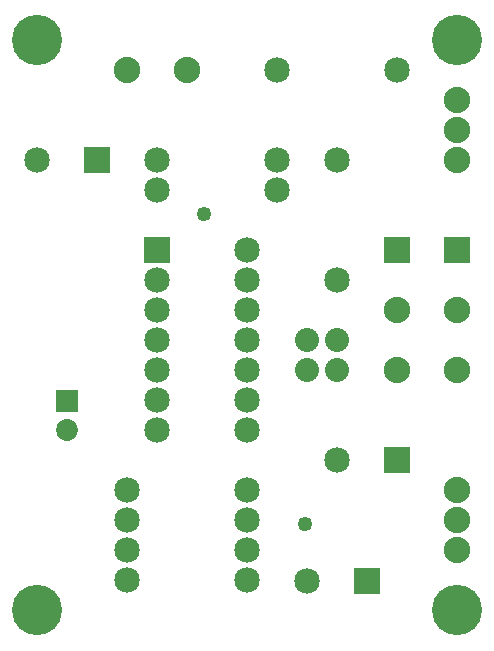
<source format=gbs>
G04 MADE WITH FRITZING*
G04 WWW.FRITZING.ORG*
G04 DOUBLE SIDED*
G04 HOLES PLATED*
G04 CONTOUR ON CENTER OF CONTOUR VECTOR*
%ASAXBY*%
%FSLAX23Y23*%
%MOIN*%
%OFA0B0*%
%SFA1.0B1.0*%
%ADD10C,0.072992*%
%ADD11C,0.049370*%
%ADD12C,0.085000*%
%ADD13C,0.080000*%
%ADD14C,0.088000*%
%ADD15C,0.167480*%
%ADD16R,0.072992X0.072992*%
%ADD17R,0.085000X0.085000*%
%ADD18R,0.088000X0.088000*%
%LNMASK0*%
G90*
G70*
G54D10*
X226Y819D03*
X226Y721D03*
G54D11*
X1020Y410D03*
X684Y1442D03*
G54D12*
X526Y1321D03*
X826Y1321D03*
X526Y1221D03*
X826Y1221D03*
X526Y1121D03*
X826Y1121D03*
X526Y1021D03*
X826Y1021D03*
X526Y921D03*
X826Y921D03*
X526Y821D03*
X826Y821D03*
X526Y721D03*
X826Y721D03*
X926Y1921D03*
X1326Y1921D03*
X1126Y1621D03*
X1126Y1221D03*
X526Y1621D03*
X926Y1621D03*
X426Y321D03*
X826Y321D03*
X526Y1521D03*
X926Y1521D03*
X426Y521D03*
X826Y521D03*
X426Y221D03*
X826Y221D03*
X426Y421D03*
X826Y421D03*
G54D13*
X1026Y921D03*
X1126Y921D03*
X1026Y1021D03*
X1126Y1021D03*
G54D12*
X326Y1621D03*
X126Y1621D03*
X1326Y621D03*
X1126Y621D03*
X1226Y219D03*
X1026Y219D03*
G54D14*
X1526Y1321D03*
X1526Y1121D03*
X1526Y921D03*
X1326Y1321D03*
X1326Y1121D03*
X1326Y921D03*
X1526Y521D03*
X1526Y421D03*
X1526Y321D03*
X1526Y1821D03*
X1526Y1721D03*
X1526Y1621D03*
X426Y1921D03*
X626Y1921D03*
G54D15*
X126Y121D03*
X1526Y121D03*
X126Y2021D03*
X1526Y2021D03*
G54D16*
X226Y819D03*
G54D17*
X526Y1321D03*
X326Y1621D03*
X1326Y621D03*
X1226Y219D03*
G54D18*
X1526Y1321D03*
X1326Y1321D03*
G04 End of Mask0*
M02*
</source>
